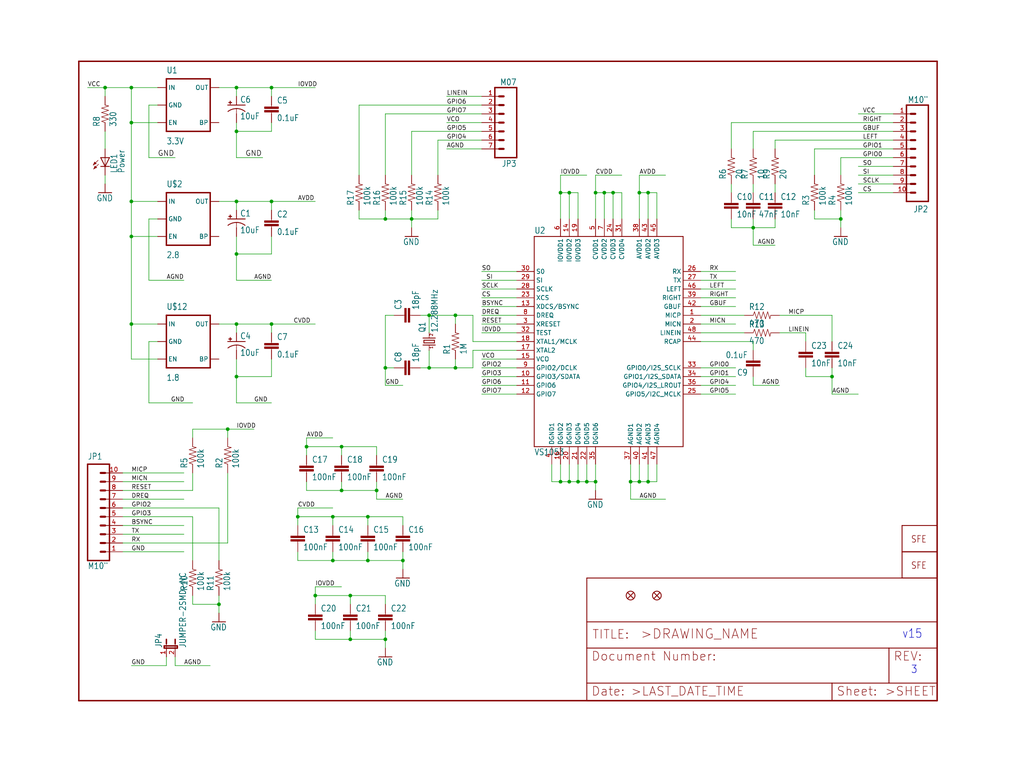
<source format=kicad_sch>
(kicad_sch (version 20211123) (generator eeschema)
  (paper "User" 297.002 223.926)
  (lib_symbols
    (symbol "eagleSchem-eagle-import:CAP0402-CAP"
      (property "Reference" "C" (at 1.524 2.921 0))
      (property "Value" "CAP0402-CAP" (at 1.524 -2.159 0))
      (symbol "CAP0402-CAP_1_0"
        (pin passive line (at 0 5.08 270) (length 2.54) (name "1") (number "1"))
        (pin passive line (at 0 -2.54 90) (length 2.54) (name "2") (number "2"))
      )
    )
    (symbol "eagleSchem-eagle-import:CAP_POL1206"
      (property "Reference" "C" (at 1.016 0.635 0))
      (property "Value" "CAP_POL1206" (at 1.016 -4.191 0))
      (symbol "CAP_POL1206_1_0"
        (pin passive line (at 0 2.54 270) (length 2.54) (name "+") (number "A"))
        (pin passive line (at 0 -5.08 90) (length 2.54) (name "-") (number "C"))
      )
    )
    (symbol "eagleSchem-eagle-import:CRYSTAL5X3"
      (property "Reference" "Y" (at 2.54 1.016 0))
      (property "Value" "CRYSTAL5X3" (at 2.54 -2.54 0))
      (symbol "CRYSTAL5X3_1_0"
        (text "1" (at -2.159 -1.143 0) (effects (font (size 0.8636 0.734)) (justify left bottom)))
        (text "2" (at 1.524 -1.143 0) (effects (font (size 0.8636 0.734)) (justify left bottom)))
        (pin passive line (at -2.54 0 0) (length 0) (name "1") (number "1"))
        (pin passive line (at 2.54 0 180) (length 0) (name "2") (number "3"))
      )
    )
    (symbol "eagleSchem-eagle-import:FIDUCIAL1X2")
    (symbol "eagleSchem-eagle-import:FRAME-LETTER"
      (symbol "FRAME-LETTER_2_0"
        (text ">DRAWING_NAME" (at 15.494 17.78 0) (effects (font (size 2.7432 2.7432)) (justify left bottom)))
        (text ">LAST_DATE_TIME" (at 12.7 1.27 0) (effects (font (size 2.54 2.54)) (justify left bottom)))
        (text ">SHEET" (at 86.36 1.27 0) (effects (font (size 2.54 2.54)) (justify left bottom)))
        (text "Date:" (at 1.27 1.27 0) (effects (font (size 2.54 2.54)) (justify left bottom)))
        (text "Document Number:" (at 1.27 11.43 0) (effects (font (size 2.54 2.54)) (justify left bottom)))
        (text "REV:" (at 88.9 11.43 0) (effects (font (size 2.54 2.54)) (justify left bottom)))
        (text "Sheet:" (at 72.39 1.27 0) (effects (font (size 2.54 2.54)) (justify left bottom)))
        (text "TITLE:" (at 1.524 17.78 0) (effects (font (size 2.54 2.54)) (justify left bottom)))
      )
    )
    (symbol "eagleSchem-eagle-import:GND" (power)
      (property "Value" "GND" (at -2.54 -2.54 0))
      (symbol "GND_1_0"
        (pin power_in line (at 0 2.54 270) (length 2.54) (name "GND") (number "1"))
      )
    )
    (symbol "eagleSchem-eagle-import:JUMPER-2SMD-NC"
      (property "Reference" "JP" (at -1.27 0 90))
      (property "Value" "JUMPER-2SMD-NC" (at 5.715 0 90))
      (symbol "JUMPER-2SMD-NC_1_0"
        (pin passive line (at 0 -2.54 90) (length 2.54) (name "1") (number "1"))
        (pin passive line (at 2.54 -2.54 90) (length 2.54) (name "2") (number "2"))
      )
    )
    (symbol "eagleSchem-eagle-import:LED0603"
      (property "Reference" "LED" (at 3.556 -4.572 90))
      (property "Value" "LED0603" (at 5.715 -4.572 90))
      (symbol "LED0603_1_0"
        (pin passive line (at 0 2.54 270) (length 2.54) (name "A") (number "A"))
        (pin passive line (at 0 -5.08 90) (length 2.54) (name "C") (number "C"))
      )
    )
    (symbol "eagleSchem-eagle-import:LOGO-SFENEW"
      (symbol "LOGO-SFENEW_1_0"
        (text "SFE" (at 0 0 0) (effects (font (size 1.9304 1.6408)) (justify left bottom)))
      )
    )
    (symbol "eagleSchem-eagle-import:LOGO-SFESK"
      (symbol "LOGO-SFESK_1_0"
        (text "SFE" (at 0 0 0) (effects (font (size 1.9304 1.6408)) (justify left bottom)))
      )
    )
    (symbol "eagleSchem-eagle-import:M07"
      (property "Reference" "JP" (at -5.08 13.462 0))
      (property "Value" "M07" (at -5.08 -10.16 0))
      (symbol "M07_1_0"
        (pin passive line (at 5.08 -5.08 180) (length 5.08) (name "1") (number "1"))
        (pin passive line (at 5.08 -2.54 180) (length 5.08) (name "2") (number "2"))
        (pin passive line (at 5.08 0 180) (length 5.08) (name "3") (number "3"))
        (pin passive line (at 5.08 2.54 180) (length 5.08) (name "4") (number "4"))
        (pin passive line (at 5.08 5.08 180) (length 5.08) (name "5") (number "5"))
        (pin passive line (at 5.08 7.62 180) (length 5.08) (name "6") (number "6"))
        (pin passive line (at 5.08 10.16 180) (length 5.08) (name "7") (number "7"))
      )
    )
    (symbol "eagleSchem-eagle-import:M10{dblquote}"
      (property "Reference" "JP" (at 0 8.89 0))
      (property "Value" "M10{dblquote}" (at 0 -22.86 0))
      (symbol "M10{dblquote}_1_0"
        (pin passive line (at 10.16 -17.78 180) (length 5.08) (name "1") (number "1"))
        (pin passive line (at 10.16 5.08 180) (length 5.08) (name "10") (number "10"))
        (pin passive line (at 10.16 -15.24 180) (length 5.08) (name "2") (number "2"))
        (pin passive line (at 10.16 -12.7 180) (length 5.08) (name "3") (number "3"))
        (pin passive line (at 10.16 -10.16 180) (length 5.08) (name "4") (number "4"))
        (pin passive line (at 10.16 -7.62 180) (length 5.08) (name "5") (number "5"))
        (pin passive line (at 10.16 -5.08 180) (length 5.08) (name "6") (number "6"))
        (pin passive line (at 10.16 -2.54 180) (length 5.08) (name "7") (number "7"))
        (pin passive line (at 10.16 0 180) (length 5.08) (name "8") (number "8"))
        (pin passive line (at 10.16 2.54 180) (length 5.08) (name "9") (number "9"))
      )
    )
    (symbol "eagleSchem-eagle-import:RESISTOR0402-RES"
      (property "Reference" "R" (at -3.81 1.4986 0))
      (property "Value" "RESISTOR0402-RES" (at -3.81 -3.302 0))
      (symbol "RESISTOR0402-RES_1_0"
        (pin passive line (at -5.08 0 0) (length 2.54) (name "1") (number "1"))
        (pin passive line (at 5.08 0 180) (length 2.54) (name "2") (number "2"))
      )
    )
    (symbol "eagleSchem-eagle-import:VS1033"
      (property "Reference" "U" (at 0 61.722 0))
      (property "Value" "VS1033" (at 0 -2.54 0))
      (symbol "VS1033_1_0"
        (pin bidirectional line (at 48.26 38.1 180) (length 5.08) (name "MICP") (number "1"))
        (pin bidirectional line (at -5.08 20.32 0) (length 5.08) (name "GPIO3/SDATA") (number "10"))
        (pin bidirectional line (at -5.08 17.78 0) (length 5.08) (name "GPIO6") (number "11"))
        (pin bidirectional line (at -5.08 15.24 0) (length 5.08) (name "GPIO7") (number "12"))
        (pin bidirectional line (at -5.08 40.64 0) (length 5.08) (name "XDCS/BSYNC") (number "13"))
        (pin bidirectional line (at 10.16 66.04 270) (length 5.08) (name "IOVDD2") (number "14"))
        (pin bidirectional line (at -5.08 25.4 0) (length 5.08) (name "VCO") (number "15"))
        (pin bidirectional line (at 7.62 -5.08 90) (length 5.08) (name "DGND2") (number "16"))
        (pin bidirectional line (at -5.08 27.94 0) (length 5.08) (name "XTAL2") (number "17"))
        (pin bidirectional line (at -5.08 30.48 0) (length 5.08) (name "XTAL1/MCLK") (number "18"))
        (pin bidirectional line (at 12.7 66.04 270) (length 5.08) (name "IOVDD3") (number "19"))
        (pin bidirectional line (at 48.26 35.56 180) (length 5.08) (name "MICN") (number "2"))
        (pin bidirectional line (at 10.16 -5.08 90) (length 5.08) (name "DGND3") (number "20"))
        (pin bidirectional line (at 12.7 -5.08 90) (length 5.08) (name "DGND4") (number "21"))
        (pin bidirectional line (at 15.24 -5.08 90) (length 5.08) (name "DGND5") (number "22"))
        (pin bidirectional line (at -5.08 43.18 0) (length 5.08) (name "XCS") (number "23"))
        (pin bidirectional line (at 22.86 66.04 270) (length 5.08) (name "CVDD3") (number "24"))
        (pin bidirectional line (at 48.26 15.24 180) (length 5.08) (name "GPIO5/I2C_MCLK") (number "25"))
        (pin bidirectional line (at 48.26 50.8 180) (length 5.08) (name "RX") (number "26"))
        (pin bidirectional line (at 48.26 48.26 180) (length 5.08) (name "TX") (number "27"))
        (pin bidirectional line (at -5.08 45.72 0) (length 5.08) (name "SCLK") (number "28"))
        (pin bidirectional line (at -5.08 48.26 0) (length 5.08) (name "SI") (number "29"))
        (pin bidirectional line (at -5.08 35.56 0) (length 5.08) (name "XRESET") (number "3"))
        (pin bidirectional line (at -5.08 50.8 0) (length 5.08) (name "S0") (number "30"))
        (pin bidirectional line (at 25.4 66.04 270) (length 5.08) (name "CVDD4") (number "31"))
        (pin bidirectional line (at -5.08 33.02 0) (length 5.08) (name "TEST") (number "32"))
        (pin bidirectional line (at 48.26 22.86 180) (length 5.08) (name "GPIO0/I2S_SCLK") (number "33"))
        (pin bidirectional line (at 48.26 20.32 180) (length 5.08) (name "GPIO1/I2S_SDATA") (number "34"))
        (pin bidirectional line (at 17.78 -5.08 90) (length 5.08) (name "DGND6") (number "35"))
        (pin bidirectional line (at 48.26 17.78 180) (length 5.08) (name "GPIO4/I2S_LROUT") (number "36"))
        (pin bidirectional line (at 27.94 -5.08 90) (length 5.08) (name "AGND1") (number "37"))
        (pin bidirectional line (at 30.48 66.04 270) (length 5.08) (name "AVDD1") (number "38"))
        (pin bidirectional line (at 48.26 43.18 180) (length 5.08) (name "RIGHT") (number "39"))
        (pin bidirectional line (at 5.08 -5.08 90) (length 5.08) (name "DGND1") (number "4"))
        (pin bidirectional line (at 30.48 -5.08 90) (length 5.08) (name "AGND2") (number "40"))
        (pin bidirectional line (at 33.02 -5.08 90) (length 5.08) (name "AGND3") (number "41"))
        (pin bidirectional line (at 48.26 40.64 180) (length 5.08) (name "GBUF") (number "42"))
        (pin bidirectional line (at 33.02 66.04 270) (length 5.08) (name "AVDD2") (number "43"))
        (pin bidirectional line (at 48.26 30.48 180) (length 5.08) (name "RCAP") (number "44"))
        (pin bidirectional line (at 35.56 66.04 270) (length 5.08) (name "AVDD3") (number "45"))
        (pin bidirectional line (at 48.26 45.72 180) (length 5.08) (name "LEFT") (number "46"))
        (pin bidirectional line (at 35.56 -5.08 90) (length 5.08) (name "AGND4") (number "47"))
        (pin bidirectional line (at 48.26 33.02 180) (length 5.08) (name "LINEIN") (number "48"))
        (pin bidirectional line (at 17.78 66.04 270) (length 5.08) (name "CVDD1") (number "5"))
        (pin bidirectional line (at 7.62 66.04 270) (length 5.08) (name "IOVDD1") (number "6"))
        (pin bidirectional line (at 20.32 66.04 270) (length 5.08) (name "CVDD2") (number "7"))
        (pin bidirectional line (at -5.08 38.1 0) (length 5.08) (name "DREQ") (number "8"))
        (pin bidirectional line (at -5.08 22.86 0) (length 5.08) (name "GPIO2/DCLK") (number "9"))
      )
    )
    (symbol "eagleSchem-eagle-import:V_REG_LDOSMD"
      (property "Reference" "U" (at -7.62 9.144 0))
      (property "Value" "V_REG_LDOSMD" (at -7.62 -11.43 0))
      (symbol "V_REG_LDOSMD_1_0"
        (pin input line (at -10.16 5.08 0) (length 2.54) (name "IN") (number "1"))
        (pin input line (at -10.16 0 0) (length 2.54) (name "GND") (number "2"))
        (pin input line (at -10.16 -5.08 0) (length 2.54) (name "EN") (number "3"))
        (pin input line (at 7.62 -5.08 180) (length 2.54) (name "BP") (number "4"))
        (pin passive line (at 7.62 5.08 180) (length 2.54) (name "OUT") (number "5"))
      )
    )
    (symbol "eagleSchem-eagle-import:V_REG_LDOSMD2"
      (property "Reference" "U" (at -7.62 9.144 0))
      (property "Value" "V_REG_LDOSMD2" (at -7.62 -11.43 0))
      (symbol "V_REG_LDOSMD2_1_0"
        (pin input line (at -10.16 5.08 0) (length 2.54) (name "IN") (number "1"))
        (pin input line (at -10.16 0 0) (length 2.54) (name "GND") (number "2"))
        (pin input line (at -10.16 -5.08 0) (length 2.54) (name "EN") (number "3"))
        (pin input line (at 7.62 -5.08 180) (length 2.54) (name "BP") (number "4"))
        (pin passive line (at 7.62 5.08 180) (length 2.54) (name "OUT") (number "5"))
      )
    )
  )
  (junction (at 78.74 58.42))
  (junction (at 101.6 172.72))
  (junction (at 88.9 129.54))
  (junction (at 101.6 185.42))
  (junction (at 172.72 139.7))
  (junction (at 68.58 38.1))
  (junction (at 162.56 55.88))
  (junction (at 165.1 55.88))
  (junction (at 177.8 55.88))
  (junction (at 167.64 139.7))
  (junction (at 187.96 55.88))
  (junction (at 111.76 106.68))
  (junction (at 124.46 106.68))
  (junction (at 116.84 162.56))
  (junction (at 106.68 162.56))
  (junction (at 96.52 149.86))
  (junction (at 30.48 25.4))
  (junction (at 185.42 55.88))
  (junction (at 68.58 58.42))
  (junction (at 68.58 73.66))
  (junction (at 68.58 109.22))
  (junction (at 243.84 63.5))
  (junction (at 124.46 91.44))
  (junction (at 170.18 139.7))
  (junction (at 132.08 91.44))
  (junction (at 132.08 106.68))
  (junction (at 172.72 55.88))
  (junction (at 106.68 149.86))
  (junction (at 119.38 63.5))
  (junction (at 66.04 124.46))
  (junction (at 38.1 93.98))
  (junction (at 78.74 93.98))
  (junction (at 182.88 139.7))
  (junction (at 91.44 172.72))
  (junction (at 218.44 66.04))
  (junction (at 109.22 142.24))
  (junction (at 99.06 129.54))
  (junction (at 111.76 185.42))
  (junction (at 185.42 139.7))
  (junction (at 38.1 58.42))
  (junction (at 165.1 139.7))
  (junction (at 175.26 55.88))
  (junction (at 38.1 25.4))
  (junction (at 68.58 25.4))
  (junction (at 96.52 162.56))
  (junction (at 38.1 35.56))
  (junction (at 86.36 149.86))
  (junction (at 187.96 139.7))
  (junction (at 111.76 63.5))
  (junction (at 68.58 93.98))
  (junction (at 162.56 139.7))
  (junction (at 63.5 175.26))
  (junction (at 38.1 68.58))
  (junction (at 241.3 109.22))
  (junction (at 99.06 142.24))
  (junction (at 78.74 25.4))
  (wire (pts (xy 203.2 114.3) (xy 213.36 114.3)))
  (wire (pts (xy 91.44 172.72) (xy 91.44 170.18)))
  (wire (pts (xy 43.18 116.84) (xy 55.88 116.84)))
  (wire (pts (xy 63.5 147.32) (xy 63.5 162.56)))
  (wire (pts (xy 182.88 139.7) (xy 185.42 139.7)))
  (wire (pts (xy 124.46 101.6) (xy 124.46 106.68)))
  (wire (pts (xy 88.9 139.7) (xy 88.9 142.24)))
  (wire (pts (xy 43.18 30.48) (xy 43.18 45.72)))
  (wire (pts (xy 68.58 35.56) (xy 68.58 38.1)))
  (wire (pts (xy 43.18 81.28) (xy 53.34 81.28)))
  (wire (pts (xy 167.64 134.62) (xy 167.64 139.7)))
  (wire (pts (xy 101.6 175.26) (xy 101.6 172.72)))
  (wire (pts (xy 78.74 60.96) (xy 78.74 58.42)))
  (wire (pts (xy 43.18 99.06) (xy 43.18 116.84)))
  (wire (pts (xy 101.6 182.88) (xy 101.6 185.42)))
  (wire (pts (xy 104.14 30.48) (xy 104.14 50.8)))
  (wire (pts (xy 218.44 111.76) (xy 226.06 111.76)))
  (wire (pts (xy 111.76 172.72) (xy 111.76 175.26)))
  (wire (pts (xy 137.16 99.06) (xy 149.86 99.06)))
  (wire (pts (xy 236.22 63.5) (xy 243.84 63.5)))
  (wire (pts (xy 91.44 185.42) (xy 101.6 185.42)))
  (wire (pts (xy 172.72 55.88) (xy 172.72 63.5)))
  (wire (pts (xy 68.58 109.22) (xy 78.74 109.22)))
  (wire (pts (xy 78.74 58.42) (xy 91.44 58.42)))
  (wire (pts (xy 149.86 81.28) (xy 139.7 81.28)))
  (wire (pts (xy 187.96 139.7) (xy 190.5 139.7)))
  (wire (pts (xy 218.44 71.12) (xy 224.79 71.12)))
  (wire (pts (xy 224.79 43.18) (xy 224.79 40.64)))
  (wire (pts (xy 111.76 187.96) (xy 111.76 185.42)))
  (wire (pts (xy 259.08 48.26) (xy 248.92 48.26)))
  (wire (pts (xy 162.56 50.8) (xy 170.18 50.8)))
  (wire (pts (xy 236.22 43.18) (xy 259.08 43.18)))
  (wire (pts (xy 99.06 142.24) (xy 109.22 142.24)))
  (wire (pts (xy 212.09 53.34) (xy 212.09 55.88)))
  (wire (pts (xy 132.08 91.44) (xy 137.16 91.44)))
  (wire (pts (xy 96.52 162.56) (xy 96.52 160.02)))
  (wire (pts (xy 78.74 109.22) (xy 78.74 104.14)))
  (wire (pts (xy 109.22 142.24) (xy 109.22 139.7)))
  (wire (pts (xy 182.88 134.62) (xy 182.88 139.7)))
  (wire (pts (xy 119.38 38.1) (xy 119.38 50.8)))
  (wire (pts (xy 243.84 63.5) (xy 243.84 66.04)))
  (wire (pts (xy 109.22 144.78) (xy 116.84 144.78)))
  (wire (pts (xy 111.76 106.68) (xy 114.3 106.68)))
  (wire (pts (xy 88.9 132.08) (xy 88.9 129.54)))
  (wire (pts (xy 203.2 88.9) (xy 213.36 88.9)))
  (wire (pts (xy 86.36 149.86) (xy 86.36 147.32)))
  (wire (pts (xy 38.1 58.42) (xy 45.72 58.42)))
  (wire (pts (xy 63.5 58.42) (xy 68.58 58.42)))
  (wire (pts (xy 185.42 139.7) (xy 187.96 139.7)))
  (wire (pts (xy 106.68 149.86) (xy 96.52 149.86)))
  (wire (pts (xy 63.5 175.26) (xy 63.5 177.8)))
  (wire (pts (xy 106.68 162.56) (xy 116.84 162.56)))
  (wire (pts (xy 127 40.64) (xy 139.7 40.64)))
  (wire (pts (xy 132.08 93.98) (xy 132.08 91.44)))
  (wire (pts (xy 106.68 162.56) (xy 106.68 160.02)))
  (wire (pts (xy 78.74 35.56) (xy 78.74 38.1)))
  (wire (pts (xy 241.3 114.3) (xy 248.92 114.3)))
  (wire (pts (xy 243.84 60.96) (xy 243.84 63.5)))
  (wire (pts (xy 88.9 129.54) (xy 99.06 129.54)))
  (wire (pts (xy 203.2 78.74) (xy 213.36 78.74)))
  (wire (pts (xy 86.36 149.86) (xy 86.36 152.4)))
  (wire (pts (xy 50.8 193.04) (xy 60.96 193.04)))
  (wire (pts (xy 55.88 124.46) (xy 66.04 124.46)))
  (wire (pts (xy 78.74 93.98) (xy 91.44 93.98)))
  (wire (pts (xy 149.86 86.36) (xy 139.7 86.36)))
  (wire (pts (xy 45.72 99.06) (xy 43.18 99.06)))
  (wire (pts (xy 233.68 109.22) (xy 233.68 106.68)))
  (wire (pts (xy 185.42 63.5) (xy 185.42 55.88)))
  (wire (pts (xy 203.2 99.06) (xy 218.44 99.06)))
  (wire (pts (xy 35.56 142.24) (xy 55.88 142.24)))
  (wire (pts (xy 68.58 73.66) (xy 68.58 81.28)))
  (wire (pts (xy 99.06 142.24) (xy 99.06 139.7)))
  (wire (pts (xy 38.1 35.56) (xy 38.1 58.42)))
  (wire (pts (xy 63.5 93.98) (xy 68.58 93.98)))
  (wire (pts (xy 259.08 38.1) (xy 218.44 38.1)))
  (wire (pts (xy 241.3 109.22) (xy 233.68 109.22)))
  (wire (pts (xy 187.96 134.62) (xy 187.96 139.7)))
  (wire (pts (xy 111.76 63.5) (xy 111.76 60.96)))
  (wire (pts (xy 116.84 162.56) (xy 116.84 160.02)))
  (wire (pts (xy 101.6 185.42) (xy 111.76 185.42)))
  (wire (pts (xy 38.1 58.42) (xy 38.1 68.58)))
  (wire (pts (xy 259.08 53.34) (xy 248.92 53.34)))
  (wire (pts (xy 170.18 139.7) (xy 172.72 139.7)))
  (wire (pts (xy 149.86 101.6) (xy 137.16 101.6)))
  (wire (pts (xy 91.44 182.88) (xy 91.44 185.42)))
  (wire (pts (xy 190.5 139.7) (xy 190.5 134.62)))
  (wire (pts (xy 165.1 134.62) (xy 165.1 139.7)))
  (wire (pts (xy 68.58 68.58) (xy 68.58 73.66)))
  (wire (pts (xy 172.72 55.88) (xy 172.72 50.8)))
  (wire (pts (xy 185.42 134.62) (xy 185.42 139.7)))
  (wire (pts (xy 137.16 101.6) (xy 137.16 106.68)))
  (wire (pts (xy 203.2 106.68) (xy 213.36 106.68)))
  (wire (pts (xy 111.76 33.02) (xy 111.76 50.8)))
  (wire (pts (xy 55.88 175.26) (xy 63.5 175.26)))
  (wire (pts (xy 116.84 149.86) (xy 106.68 149.86)))
  (wire (pts (xy 132.08 104.14) (xy 132.08 106.68)))
  (wire (pts (xy 63.5 25.4) (xy 68.58 25.4)))
  (wire (pts (xy 124.46 91.44) (xy 132.08 91.44)))
  (wire (pts (xy 68.58 25.4) (xy 78.74 25.4)))
  (wire (pts (xy 99.06 132.08) (xy 99.06 129.54)))
  (wire (pts (xy 218.44 38.1) (xy 218.44 43.18)))
  (wire (pts (xy 78.74 38.1) (xy 68.58 38.1)))
  (wire (pts (xy 185.42 50.8) (xy 193.04 50.8)))
  (wire (pts (xy 68.58 81.28) (xy 78.74 81.28)))
  (wire (pts (xy 86.36 160.02) (xy 86.36 162.56)))
  (wire (pts (xy 162.56 134.62) (xy 162.56 139.7)))
  (wire (pts (xy 165.1 55.88) (xy 162.56 55.88)))
  (wire (pts (xy 190.5 55.88) (xy 190.5 63.5)))
  (wire (pts (xy 116.84 165.1) (xy 116.84 162.56)))
  (wire (pts (xy 78.74 25.4) (xy 91.44 25.4)))
  (wire (pts (xy 224.79 40.64) (xy 259.08 40.64)))
  (wire (pts (xy 259.08 33.02) (xy 248.92 33.02)))
  (wire (pts (xy 78.74 73.66) (xy 68.58 73.66)))
  (wire (pts (xy 233.68 96.52) (xy 233.68 99.06)))
  (wire (pts (xy 139.7 35.56) (xy 129.54 35.56)))
  (wire (pts (xy 212.09 66.04) (xy 212.09 63.5)))
  (wire (pts (xy 187.96 63.5) (xy 187.96 55.88)))
  (wire (pts (xy 96.52 162.56) (xy 106.68 162.56)))
  (wire (pts (xy 96.52 152.4) (xy 96.52 149.86)))
  (wire (pts (xy 111.76 91.44) (xy 111.76 106.68)))
  (wire (pts (xy 86.36 147.32) (xy 96.52 147.32)))
  (wire (pts (xy 212.09 43.18) (xy 212.09 35.56)))
  (wire (pts (xy 86.36 162.56) (xy 96.52 162.56)))
  (wire (pts (xy 203.2 86.36) (xy 213.36 86.36)))
  (wire (pts (xy 119.38 63.5) (xy 119.38 66.04)))
  (wire (pts (xy 38.1 68.58) (xy 45.72 68.58)))
  (wire (pts (xy 203.2 81.28) (xy 213.36 81.28)))
  (wire (pts (xy 167.64 139.7) (xy 170.18 139.7)))
  (wire (pts (xy 119.38 38.1) (xy 139.7 38.1)))
  (wire (pts (xy 124.46 106.68) (xy 121.92 106.68)))
  (wire (pts (xy 224.79 66.04) (xy 218.44 66.04)))
  (wire (pts (xy 109.22 144.78) (xy 109.22 142.24)))
  (wire (pts (xy 111.76 33.02) (xy 139.7 33.02)))
  (wire (pts (xy 259.08 50.8) (xy 248.92 50.8)))
  (wire (pts (xy 187.96 55.88) (xy 190.5 55.88)))
  (wire (pts (xy 88.9 129.54) (xy 88.9 127)))
  (wire (pts (xy 167.64 63.5) (xy 167.64 55.88)))
  (wire (pts (xy 30.48 43.18) (xy 30.48 38.1)))
  (wire (pts (xy 38.1 25.4) (xy 45.72 25.4)))
  (wire (pts (xy 119.38 63.5) (xy 127 63.5)))
  (wire (pts (xy 218.44 109.22) (xy 218.44 111.76)))
  (wire (pts (xy 127 63.5) (xy 127 60.96)))
  (wire (pts (xy 38.1 25.4) (xy 30.48 25.4)))
  (wire (pts (xy 212.09 35.56) (xy 259.08 35.56)))
  (wire (pts (xy 30.48 53.34) (xy 30.48 50.8)))
  (wire (pts (xy 149.86 114.3) (xy 139.7 114.3)))
  (wire (pts (xy 203.2 109.22) (xy 213.36 109.22)))
  (wire (pts (xy 149.86 78.74) (xy 139.7 78.74)))
  (wire (pts (xy 88.9 142.24) (xy 99.06 142.24)))
  (wire (pts (xy 106.68 152.4) (xy 106.68 149.86)))
  (wire (pts (xy 175.26 63.5) (xy 175.26 55.88)))
  (wire (pts (xy 241.3 114.3) (xy 241.3 109.22)))
  (wire (pts (xy 162.56 139.7) (xy 165.1 139.7)))
  (wire (pts (xy 224.79 63.5) (xy 224.79 66.04)))
  (wire (pts (xy 68.58 109.22) (xy 68.58 116.84)))
  (wire (pts (xy 165.1 63.5) (xy 165.1 55.88)))
  (wire (pts (xy 30.48 25.4) (xy 25.4 25.4)))
  (wire (pts (xy 116.84 152.4) (xy 116.84 149.86)))
  (wire (pts (xy 35.56 137.16) (xy 53.34 137.16)))
  (wire (pts (xy 68.58 45.72) (xy 76.2 45.72)))
  (wire (pts (xy 55.88 127) (xy 55.88 124.46)))
  (wire (pts (xy 129.54 43.18) (xy 139.7 43.18)))
  (wire (pts (xy 149.86 91.44) (xy 139.7 91.44)))
  (wire (pts (xy 149.86 96.52) (xy 139.7 96.52)))
  (wire (pts (xy 175.26 55.88) (xy 172.72 55.88)))
  (wire (pts (xy 172.72 134.62) (xy 172.72 139.7)))
  (wire (pts (xy 114.3 91.44) (xy 111.76 91.44)))
  (wire (pts (xy 241.3 109.22) (xy 241.3 106.68)))
  (wire (pts (xy 88.9 127) (xy 96.52 127)))
  (wire (pts (xy 218.44 66.04) (xy 212.09 66.04)))
  (wire (pts (xy 121.92 91.44) (xy 124.46 91.44)))
  (wire (pts (xy 218.44 66.04) (xy 218.44 71.12)))
  (wire (pts (xy 170.18 134.62) (xy 170.18 139.7)))
  (wire (pts (xy 66.04 127) (xy 66.04 124.46)))
  (wire (pts (xy 182.88 139.7) (xy 182.88 144.78)))
  (wire (pts (xy 149.86 88.9) (xy 139.7 88.9)))
  (wire (pts (xy 68.58 93.98) (xy 78.74 93.98)))
  (wire (pts (xy 68.58 116.84) (xy 78.74 116.84)))
  (wire (pts (xy 180.34 55.88) (xy 177.8 55.88)))
  (wire (pts (xy 38.1 35.56) (xy 38.1 25.4)))
  (wire (pts (xy 104.14 30.48) (xy 139.7 30.48)))
  (wire (pts (xy 48.26 193.04) (xy 38.1 193.04)))
  (wire (pts (xy 203.2 111.76) (xy 213.36 111.76)))
  (wire (pts (xy 45.72 93.98) (xy 38.1 93.98)))
  (wire (pts (xy 68.58 104.14) (xy 68.58 109.22)))
  (wire (pts (xy 55.88 142.24) (xy 55.88 137.16)))
  (wire (pts (xy 215.9 91.44) (xy 203.2 91.44)))
  (wire (pts (xy 218.44 99.06) (xy 218.44 101.6)))
  (wire (pts (xy 177.8 55.88) (xy 175.26 55.88)))
  (wire (pts (xy 111.76 111.76) (xy 116.84 111.76)))
  (wire (pts (xy 78.74 96.52) (xy 78.74 93.98)))
  (wire (pts (xy 139.7 27.94) (xy 129.54 27.94)))
  (wire (pts (xy 35.56 152.4) (xy 53.34 152.4)))
  (wire (pts (xy 78.74 27.94) (xy 78.74 25.4)))
  (wire (pts (xy 243.84 45.72) (xy 243.84 50.8)))
  (wire (pts (xy 66.04 157.48) (xy 66.04 137.16)))
  (wire (pts (xy 35.56 154.94) (xy 53.34 154.94)))
  (wire (pts (xy 66.04 124.46) (xy 73.66 124.46)))
  (wire (pts (xy 124.46 96.52) (xy 124.46 91.44)))
  (wire (pts (xy 182.88 144.78) (xy 193.04 144.78)))
  (wire (pts (xy 35.56 149.86) (xy 55.88 149.86)))
  (wire (pts (xy 63.5 172.72) (xy 63.5 175.26)))
  (wire (pts (xy 111.76 185.42) (xy 111.76 182.88)))
  (wire (pts (xy 224.79 53.34) (xy 224.79 55.88)))
  (wire (pts (xy 218.44 53.34) (xy 218.44 55.88)))
  (wire (pts (xy 241.3 91.44) (xy 226.06 91.44)))
  (wire (pts (xy 149.86 104.14) (xy 139.7 104.14)))
  (wire (pts (xy 111.76 106.68) (xy 111.76 111.76)))
  (wire (pts (xy 180.34 63.5) (xy 180.34 55.88)))
  (wire (pts (xy 45.72 63.5) (xy 43.18 63.5)))
  (wire (pts (xy 215.9 96.52) (xy 203.2 96.52)))
  (wire (pts (xy 48.26 190.5) (xy 48.26 193.04)))
  (wire (pts (xy 91.44 172.72) (xy 101.6 172.72)))
  (wire (pts (xy 43.18 63.5) (xy 43.18 81.28)))
  (wire (pts (xy 137.16 106.68) (xy 132.08 106.68)))
  (wire (pts (xy 91.44 170.18) (xy 99.06 170.18)))
  (wire (pts (xy 160.02 139.7) (xy 162.56 139.7)))
  (wire (pts (xy 45.72 30.48) (xy 43.18 30.48)))
  (wire (pts (xy 68.58 96.52) (xy 68.58 93.98)))
  (wire (pts (xy 177.8 63.5) (xy 177.8 55.88)))
  (wire (pts (xy 241.3 91.44) (xy 241.3 99.06)))
  (wire (pts (xy 127 40.64) (xy 127 50.8)))
  (wire (pts (xy 149.86 106.68) (xy 139.7 106.68)))
  (wire (pts (xy 149.86 83.82) (xy 139.7 83.82)))
  (wire (pts (xy 35.56 139.7) (xy 53.34 139.7)))
  (wire (pts (xy 68.58 38.1) (xy 68.58 45.72)))
  (wire (pts (xy 218.44 63.5) (xy 218.44 66.04)))
  (wire (pts (xy 78.74 68.58) (xy 78.74 73.66)))
  (wire (pts (xy 165.1 139.7) (xy 167.64 139.7)))
  (wire (pts (xy 68.58 27.94) (xy 68.58 25.4)))
  (wire (pts (xy 68.58 58.42) (xy 78.74 58.42)))
  (wire (pts (xy 109.22 129.54) (xy 109.22 132.08)))
  (wire (pts (xy 203.2 93.98) (xy 213.36 93.98)))
  (wire (pts (xy 162.56 55.88) (xy 162.56 63.5)))
  (wire (pts (xy 55.88 149.86) (xy 55.88 162.56)))
  (wire (pts (xy 167.64 55.88) (xy 165.1 55.88)))
  (wire (pts (xy 35.56 144.78) (xy 53.34 144.78)))
  (wire (pts (xy 35.56 147.32) (xy 63.5 147.32)))
  (wire (pts (xy 149.86 111.76) (xy 139.7 111.76)))
  (wire (pts (xy 38.1 93.98) (xy 38.1 68.58)))
  (wire (pts (xy 236.22 43.18) (xy 236.22 50.8)))
  (wire (pts (xy 149.86 109.22) (xy 139.7 109.22)))
  (wire (pts (xy 99.06 129.54) (xy 109.22 129.54)))
  (wire (pts (xy 38.1 104.14) (xy 38.1 93.98)))
  (wire (pts (xy 149.86 93.98) (xy 139.7 93.98)))
  (wire (pts (xy 203.2 83.82) (xy 213.36 83.82)))
  (wire (pts (xy 236.22 60.96) (xy 236.22 63.5)))
  (wire (pts (xy 119.38 63.5) (xy 119.38 60.96)))
  (wire (pts (xy 132.08 106.68) (xy 124.46 106.68)))
  (wire (pts (xy 43.18 45.72) (xy 50.8 45.72)))
  (wire (pts (xy 101.6 172.72) (xy 111.76 172.72)))
  (wire (pts (xy 96.52 149.86) (xy 86.36 149.86)))
  (wire (pts (xy 30.48 25.4) (xy 30.48 27.94)))
  (wire (pts (xy 55.88 172.72) (xy 55.88 175.26)))
  (wire (pts (xy 104.14 60.96) (xy 104.14 63.5)))
  (wire (pts (xy 185.42 55.88) (xy 185.42 50.8)))
  (wire (pts (xy 45.72 35.56) (xy 38.1 35.56)))
  (wire (pts (xy 259.08 55.88) (xy 248.92 55.88)))
  (wire (pts (xy 226.06 96.52) (xy 233.68 96.52)))
  (wire (pts (xy 111.76 63.5) (xy 119.38 63.5)))
  (wire (pts (xy 137.16 91.44) (xy 137.16 99.06)))
  (wire (pts (xy 68.58 60.96) (xy 68.58 58.42)))
  (wire (pts (xy 45.72 104.14) (xy 38.1 104.14)))
  (wire (pts (xy 243.84 45.72) (xy 259.08 45.72)))
  (wire (pts (xy 91.44 175.26) (xy 91.44 172.72)))
  (wire (pts (xy 162.56 55.88) (xy 162.56 50.8)))
  (wire (pts (xy 35.56 157.48) (xy 66.04 157.48)))
  (wire (pts (xy 185.42 55.88) (xy 187.96 55.88)))
  (wire (pts (xy 172.72 50.8) (xy 180.34 50.8)))
  (wire (pts (xy 50.8 190.5) (xy 50.8 193.04)))
  (wire (pts (xy 104.14 63.5) (xy 111.76 63.5)))
  (wire (pts (xy 35.56 160.02) (xy 53.34 160.02)))
  (wire (pts (xy 172.72 142.24) (xy 172.72 139.7)))
  (wire (pts (xy 160.02 134.62) (xy 160.02 139.7)))
  (text "3" (at 264.16 195.58 180) (effects (font (size 2.1844 1.8567)) (justify left bottom)))
  (text "v15" (at 261.62 185.42 180) (effects (font (size 2.54 2.159)) (justify left bottom)))
  (label "VCO" (at 129.54 35.56 0) (effects (font (size 1.2446 1.2446))))
  (label "MICP" (at 228.6 91.44 0) (effects (font (size 1.2446 1.2446))))
  (label "GPIO0" (at 250.19 45.72 0) (effects (font (size 1.2446 1.2446))))
  (label "AVDD" (at 88.9 127 0) (effects (font (size 1.2446 1.2446))))
  (label "GPIO3" (at 38.1 149.86 0) (effects (font (size 1.2446 1.2446))))
  (label "SCLK" (at 250.19 53.34 0) (effects (font (size 1.2446 1.2446))))
  (label "GPIO1" (at 205.74 109.22 0) (effects (font (size 1.2446 1.2446))))
  (label "IOVDD" (at 86.36 25.4 0) (effects (font (size 1.2446 1.2446))))
  (label "VCC" (at 250.19 33.02 0) (effects (font (size 1.2446 1.2446))))
  (label "BSYNC" (at 139.7 88.9 0) (effects (font (size 1.2446 1.2446))))
  (label "GBUF" (at 250.19 38.1 0) (effects (font (size 1.2446 1.2446))))
  (label "MICP" (at 38.1 137.16 0) (effects (font (size 1.2446 1.2446))))
  (label "RESET" (at 139.7 93.98 0) (effects (font (size 1.2446 1.2446))))
  (label "CVDD" (at 86.36 147.32 0) (effects (font (size 1.2446 1.2446))))
  (label "DREQ" (at 139.7 91.44 0) (effects (font (size 1.2446 1.2446))))
  (label "LINEIN" (at 129.54 27.94 0) (effects (font (size 1.2446 1.2446))))
  (label "BSYNC" (at 38.1 152.4 0) (effects (font (size 1.2446 1.2446))))
  (label "AGND" (at 219.71 71.12 0) (effects (font (size 1.2446 1.2446))))
  (label "GPIO2" (at 38.1 147.32 0) (effects (font (size 1.2446 1.2446))))
  (label "TX" (at 205.74 81.28 0) (effects (font (size 1.2446 1.2446))))
  (label "IOVDD" (at 91.44 170.18 0) (effects (font (size 1.2446 1.2446))))
  (label "CS" (at 139.7 86.36 0) (effects (font (size 1.2446 1.2446))))
  (label "LEFT" (at 250.19 40.64 0) (effects (font (size 1.2446 1.2446))))
  (label "IOVDD" (at 162.56 50.8 0) (effects (font (size 1.2446 1.2446))))
  (label "MICN" (at 38.1 139.7 0) (effects (font (size 1.2446 1.2446))))
  (label "GBUF" (at 205.74 88.9 0) (effects (font (size 1.2446 1.2446))))
  (label "AGND" (at 53.34 193.04 0) (effects (font (size 1.2446 1.2446))))
  (label "AGND" (at 48.26 81.28 0) (effects (font (size 1.2446 1.2446))))
  (label "GPIO7" (at 129.54 33.02 0) (effects (font (size 1.2446 1.2446))))
  (label "AGND" (at 220.98 111.76 0) (effects (font (size 1.2446 1.2446))))
  (label "AGND" (at 185.42 144.78 0) (effects (font (size 1.2446 1.2446))))
  (label "RIGHT" (at 205.74 86.36 0) (effects (font (size 1.2446 1.2446))))
  (label "AGND" (at 241.3 114.3 0) (effects (font (size 1.2446 1.2446))))
  (label "SI" (at 250.19 50.8 0) (effects (font (size 1.2446 1.2446))))
  (label "SI" (at 140.97 81.28 0) (effects (font (size 1.2446 1.2446))))
  (label "GPIO6" (at 129.54 30.48 0) (effects (font (size 1.2446 1.2446))))
  (label "MICN" (at 205.74 93.98 0) (effects (font (size 1.2446 1.2446))))
  (label "GPIO4" (at 129.54 40.64 0) (effects (font (size 1.2446 1.2446))))
  (label "RX" (at 205.74 78.74 0) (effects (font (size 1.2446 1.2446))))
  (label "AGND" (at 111.76 144.78 0) (effects (font (size 1.2446 1.2446))))
  (label "LEFT" (at 205.74 83.82 0) (effects (font (size 1.2446 1.2446))))
  (label "LINEIN" (at 228.6 96.52 0) (effects (font (size 1.2446 1.2446))))
  (label "SO" (at 139.7 78.74 0) (effects (font (size 1.2446 1.2446))))
  (label "GPIO5" (at 205.74 114.3 0) (effects (font (size 1.2446 1.2446))))
  (label "GPIO7" (at 139.7 114.3 0) (effects (font (size 1.2446 1.2446))))
  (label "AGND" (at 129.54 43.18 0) (effects (font (size 1.2446 1.2446))))
  (label "GPIO1" (at 250.19 43.18 0) (effects (font (size 1.2446 1.2446))))
  (label "GPIO4" (at 205.74 111.76 0) (effects (font (size 1.2446 1.2446))))
  (label "GND" (at 49.53 116.84 0) (effects (font (size 1.2446 1.2446))))
  (label "SO" (at 250.19 48.26 0) (effects (font (size 1.2446 1.2446))))
  (label "TX" (at 38.1 154.94 0) (effects (font (size 1.2446 1.2446))))
  (label "DREQ" (at 38.1 144.78 0) (effects (font (size 1.2446 1.2446))))
  (label "GND" (at 71.12 45.72 0) (effects (font (size 1.5291 1.5291))))
  (label "VCC" (at 25.4 25.4 0) (effects (font (size 1.2446 1.2446))))
  (label "AVDD" (at 86.36 58.42 0) (effects (font (size 1.2446 1.2446))))
  (label "RX" (at 38.1 157.48 0) (effects (font (size 1.2446 1.2446))))
  (label "IOVDD" (at 139.7 96.52 0) (effects (font (size 1.2446 1.2446))))
  (label "GPIO2" (at 139.7 106.68 0) (effects (font (size 1.2446 1.2446))))
  (label "GND" (at 38.1 193.04 0) (effects (font (size 1.2446 1.2446))))
  (label "GND" (at 38.1 160.02 0) (effects (font (size 1.2446 1.2446))))
  (label "GND" (at 111.76 111.76 0) (effects (font (size 1.2446 1.2446))))
  (label "GPIO5" (at 129.54 38.1 0) (effects (font (size 1.2446 1.2446))))
  (label "VCO" (at 139.7 104.14 0) (effects (font (size 1.2446 1.2446))))
  (label "GPIO3" (at 139.7 109.22 0) (effects (font (size 1.2446 1.2446))))
  (label "CS" (at 250.19 55.88 0) (effects (font (size 1.2446 1.2446))))
  (label "RIGHT" (at 250.19 35.56 0) (effects (font (size 1.2446 1.2446))))
  (label "SCLK" (at 139.7 83.82 0) (effects (font (size 1.2446 1.2446))))
  (label "RESET" (at 38.1 142.24 0) (effects (font (size 1.2446 1.2446))))
  (label "CVDD" (at 172.72 50.8 0) (effects (font (size 1.2446 1.2446))))
  (label "GPIO6" (at 139.7 111.76 0) (effects (font (size 1.2446 1.2446))))
  (label "GPIO0" (at 205.74 106.68 0) (effects (font (size 1.2446 1.2446))))
  (label "GND" (at 73.66 116.84 0) (effects (font (size 1.2446 1.2446))))
  (label "GND" (at 45.72 45.72 0) (effects (font (size 1.5291 1.5291))))
  (label "CVDD" (at 85.09 93.98 0) (effects (font (size 1.2446 1.2446))))
  (label "AGND" (at 73.66 81.28 0) (effects (font (size 1.2446 1.2446))))
  (label "IOVDD" (at 68.58 124.46 0) (effects (font (size 1.2446 1.2446))))
  (label "AVDD" (at 185.42 50.8 0) (effects (font (size 1.2446 1.2446))))
  (symbol (lib_id "eagleSchem-eagle-import:CAP0402-CAP") (at 96.52 157.48 0) (unit 1)
    (property "Reference" "C14" (at 98.044 154.559 0) (effects (font (size 1.778 1.5113)) (justify left bottom)))
    (property "Value" "100nF" (at 98.044 159.639 0) (effects (font (size 1.778 1.5113)) (justify left bottom)))
    (property "Footprint" "eagleSchem:0402-CAP" (effects hide))
  )
  (symbol (lib_id "eagleSchem-eagle-import:CAP0402-CAP") (at 119.38 91.44 90) (unit 1)
    (property "Reference" "C3" (at 116.459 89.916 0) (effects (font (size 1.778 1.5113)) (justify left bottom)))
    (property "Value" "18pF" (at 121.539 89.916 0) (effects (font (size 1.778 1.5113)) (justify left bottom)))
    (property "Footprint" "eagleSchem:0402-CAP" (effects hide))
  )
  (symbol (lib_id "eagleSchem-eagle-import:M07") (at 144.78 33.02 180) (unit 1)
    (property "Reference" "JP3" (at 149.86 46.482 0) (effects (font (size 1.778 1.5113)) (justify left bottom)))
    (property "Value" "M07" (at 149.86 22.86 0) (effects (font (size 1.778 1.5113)) (justify left bottom)))
    (property "Footprint" "eagleSchem:1X07" (effects hide))
  )
  (symbol (lib_id "eagleSchem-eagle-import:JUMPER-2SMD-NC") (at 48.26 187.96 0) (unit 1)
    (property "Reference" "JP4" (at 46.99 187.96 90) (effects (font (size 1.778 1.5113)) (justify left bottom)))
    (property "Value" "JUMPER-2SMD-NC" (at 53.975 187.96 90) (effects (font (size 1.778 1.5113)) (justify left bottom)))
    (property "Footprint" "eagleSchem:SJ_2S" (effects hide))
  )
  (symbol (lib_id "eagleSchem-eagle-import:CAP0402-CAP") (at 99.06 137.16 0) (unit 1)
    (property "Reference" "C18" (at 100.584 134.239 0) (effects (font (size 1.778 1.5113)) (justify left bottom)))
    (property "Value" "100nF" (at 100.584 139.319 0) (effects (font (size 1.778 1.5113)) (justify left bottom)))
    (property "Footprint" "eagleSchem:0402-CAP" (effects hide))
  )
  (symbol (lib_id "eagleSchem-eagle-import:GND") (at 116.84 167.64 0) (unit 1)
    (property "Reference" "#GND3" (effects hide))
    (property "Value" "GND" (at 114.3 170.18 0) (effects (font (size 1.778 1.5113)) (justify left bottom)))
    (property "Footprint" "eagleSchem:" (effects hide))
  )
  (symbol (lib_id "eagleSchem-eagle-import:RESISTOR0402-RES") (at 104.14 55.88 90) (unit 1)
    (property "Reference" "R17" (at 102.6414 59.69 0) (effects (font (size 1.778 1.5113)) (justify left bottom)))
    (property "Value" "100k" (at 107.442 59.69 0) (effects (font (size 1.778 1.5113)) (justify left bottom)))
    (property "Footprint" "eagleSchem:0402-RES" (effects hide))
  )
  (symbol (lib_id "eagleSchem-eagle-import:RESISTOR0402-RES") (at 243.84 55.88 90) (unit 1)
    (property "Reference" "R4" (at 242.3414 59.69 0) (effects (font (size 1.778 1.5113)) (justify left bottom)))
    (property "Value" "100k" (at 247.142 59.69 0) (effects (font (size 1.778 1.5113)) (justify left bottom)))
    (property "Footprint" "eagleSchem:0402-RES" (effects hide))
  )
  (symbol (lib_id "eagleSchem-eagle-import:GND") (at 119.38 68.58 0) (unit 1)
    (property "Reference" "#GND6" (effects hide))
    (property "Value" "GND" (at 116.84 71.12 0) (effects (font (size 1.778 1.5113)) (justify left bottom)))
    (property "Footprint" "eagleSchem:" (effects hide))
  )
  (symbol (lib_id "eagleSchem-eagle-import:FIDUCIAL1X2") (at 190.5 172.72 0) (unit 1)
    (property "Reference" "U$5" (effects hide))
    (property "Value" "FIDUCIAL1X2" (effects hide))
    (property "Footprint" "eagleSchem:FIDUCIAL-1X2" (effects hide))
  )
  (symbol (lib_id "eagleSchem-eagle-import:CAP0402-CAP") (at 101.6 180.34 0) (unit 1)
    (property "Reference" "C21" (at 103.124 177.419 0) (effects (font (size 1.778 1.5113)) (justify left bottom)))
    (property "Value" "100nF" (at 103.124 182.499 0) (effects (font (size 1.778 1.5113)) (justify left bottom)))
    (property "Footprint" "eagleSchem:0402-CAP" (effects hide))
  )
  (symbol (lib_id "eagleSchem-eagle-import:GND") (at 111.76 190.5 0) (unit 1)
    (property "Reference" "#GND2" (effects hide))
    (property "Value" "GND" (at 109.22 193.04 0) (effects (font (size 1.778 1.5113)) (justify left bottom)))
    (property "Footprint" "eagleSchem:" (effects hide))
  )
  (symbol (lib_id "eagleSchem-eagle-import:CAP0402-CAP") (at 116.84 157.48 0) (unit 1)
    (property "Reference" "C16" (at 118.364 154.559 0) (effects (font (size 1.778 1.5113)) (justify left bottom)))
    (property "Value" "100nF" (at 118.364 159.639 0) (effects (font (size 1.778 1.5113)) (justify left bottom)))
    (property "Footprint" "eagleSchem:0402-CAP" (effects hide))
  )
  (symbol (lib_id "eagleSchem-eagle-import:VS1033") (at 154.94 129.54 0) (unit 1)
    (property "Reference" "U2" (at 154.94 67.818 0) (effects (font (size 1.778 1.5113)) (justify left bottom)))
    (property "Value" "VS1053" (at 154.94 132.08 0) (effects (font (size 1.778 1.5113)) (justify left bottom)))
    (property "Footprint" "eagleSchem:LQFP-48" (effects hide))
  )
  (symbol (lib_id "eagleSchem-eagle-import:RESISTOR0402-RES") (at 212.09 48.26 90) (unit 1)
    (property "Reference" "R6" (at 210.5914 52.07 0) (effects (font (size 1.778 1.5113)) (justify left bottom)))
    (property "Value" "20" (at 215.392 52.07 0) (effects (font (size 1.778 1.5113)) (justify left bottom)))
    (property "Footprint" "eagleSchem:0402-RES" (effects hide))
  )
  (symbol (lib_id "eagleSchem-eagle-import:CAP0402-CAP") (at 88.9 137.16 0) (unit 1)
    (property "Reference" "C17" (at 90.424 134.239 0) (effects (font (size 1.778 1.5113)) (justify left bottom)))
    (property "Value" "100nF" (at 90.424 139.319 0) (effects (font (size 1.778 1.5113)) (justify left bottom)))
    (property "Footprint" "eagleSchem:0402-CAP" (effects hide))
  )
  (symbol (lib_id "eagleSchem-eagle-import:FIDUCIAL1X2") (at 182.88 172.72 0) (unit 1)
    (property "Reference" "U$4" (effects hide))
    (property "Value" "FIDUCIAL1X2" (effects hide))
    (property "Footprint" "eagleSchem:FIDUCIAL-1X2" (effects hide))
  )
  (symbol (lib_id "eagleSchem-eagle-import:CAP0402-CAP") (at 212.09 60.96 0) (unit 1)
    (property "Reference" "C10" (at 213.614 58.039 0) (effects (font (size 1.778 1.5113)) (justify left bottom)))
    (property "Value" "10nF" (at 213.614 63.119 0) (effects (font (size 1.778 1.5113)) (justify left bottom)))
    (property "Footprint" "eagleSchem:0402-CAP" (effects hide))
  )
  (symbol (lib_id "eagleSchem-eagle-import:CAP0402-CAP") (at 91.44 180.34 0) (unit 1)
    (property "Reference" "C20" (at 92.964 177.419 0) (effects (font (size 1.778 1.5113)) (justify left bottom)))
    (property "Value" "100nF" (at 92.964 182.499 0) (effects (font (size 1.778 1.5113)) (justify left bottom)))
    (property "Footprint" "eagleSchem:0402-CAP" (effects hide))
  )
  (symbol (lib_id "eagleSchem-eagle-import:CAP_POL1206") (at 68.58 63.5 0) (unit 1)
    (property "Reference" "C1" (at 69.596 62.865 0) (effects (font (size 1.778 1.5113)) (justify left bottom)))
    (property "Value" "10uF" (at 69.596 67.691 0) (effects (font (size 1.778 1.5113)) (justify left bottom)))
    (property "Footprint" "eagleSchem:EIA3216" (effects hide))
  )
  (symbol (lib_id "eagleSchem-eagle-import:RESISTOR0402-RES") (at 220.98 96.52 0) (unit 1)
    (property "Reference" "R13" (at 217.17 95.0214 0) (effects (font (size 1.778 1.5113)) (justify left bottom)))
    (property "Value" "470" (at 217.17 99.822 0) (effects (font (size 1.778 1.5113)) (justify left bottom)))
    (property "Footprint" "eagleSchem:0402-RES" (effects hide))
  )
  (symbol (lib_id "eagleSchem-eagle-import:RESISTOR0402-RES") (at 127 55.88 90) (unit 1)
    (property "Reference" "R14" (at 125.5014 59.69 0) (effects (font (size 1.778 1.5113)) (justify left bottom)))
    (property "Value" "100k" (at 130.302 59.69 0) (effects (font (size 1.778 1.5113)) (justify left bottom)))
    (property "Footprint" "eagleSchem:0402-RES" (effects hide))
  )
  (symbol (lib_id "eagleSchem-eagle-import:RESISTOR0402-RES") (at 63.5 167.64 90) (unit 1)
    (property "Reference" "R11" (at 62.0014 171.45 0) (effects (font (size 1.778 1.5113)) (justify left bottom)))
    (property "Value" "100k" (at 66.802 171.45 0) (effects (font (size 1.778 1.5113)) (justify left bottom)))
    (property "Footprint" "eagleSchem:0402-RES" (effects hide))
  )
  (symbol (lib_id "eagleSchem-eagle-import:V_REG_LDOSMD2") (at 55.88 99.06 0) (unit 1)
    (property "Reference" "U$12" (at 48.26 89.916 0) (effects (font (size 1.778 1.5113)) (justify left bottom)))
    (property "Value" "1.8" (at 48.26 110.49 0) (effects (font (size 1.778 1.5113)) (justify left bottom)))
    (property "Footprint" "eagleSchem:SC70" (effects hide))
  )
  (symbol (lib_id "eagleSchem-eagle-import:RESISTOR0402-RES") (at 224.79 48.26 90) (unit 1)
    (property "Reference" "R9" (at 223.2914 52.07 0) (effects (font (size 1.778 1.5113)) (justify left bottom)))
    (property "Value" "20" (at 228.092 52.07 0) (effects (font (size 1.778 1.5113)) (justify left bottom)))
    (property "Footprint" "eagleSchem:0402-RES" (effects hide))
  )
  (symbol (lib_id "eagleSchem-eagle-import:CAP0402-CAP") (at 233.68 104.14 0) (unit 1)
    (property "Reference" "C23" (at 235.204 101.219 0) (effects (font (size 1.778 1.5113)) (justify left bottom)))
    (property "Value" "10nF" (at 235.204 106.299 0) (effects (font (size 1.778 1.5113)) (justify left bottom)))
    (property "Footprint" "eagleSchem:0402-CAP" (effects hide))
  )
  (symbol (lib_id "eagleSchem-eagle-import:CAP0402-CAP") (at 86.36 157.48 0) (unit 1)
    (property "Reference" "C13" (at 87.884 154.559 0) (effects (font (size 1.778 1.5113)) (justify left bottom)))
    (property "Value" "100nF" (at 87.884 159.639 0) (effects (font (size 1.778 1.5113)) (justify left bottom)))
    (property "Footprint" "eagleSchem:0402-CAP" (effects hide))
  )
  (symbol (lib_id "eagleSchem-eagle-import:CAP0402-CAP") (at 111.76 180.34 0) (unit 1)
    (property "Reference" "C22" (at 113.284 177.419 0) (effects (font (size 1.778 1.5113)) (justify left bottom)))
    (property "Value" "100nF" (at 113.284 182.499 0) (effects (font (size 1.778 1.5113)) (justify left bottom)))
    (property "Footprint" "eagleSchem:0402-CAP" (effects hide))
  )
  (symbol (lib_id "eagleSchem-eagle-import:V_REG_LDOSMD") (at 55.88 30.48 0) (unit 1)
    (property "Reference" "U1" (at 48.26 21.336 0) (effects (font (size 1.778 1.5113)) (justify left bottom)))
    (property "Value" "3.3V" (at 48.26 41.91 0) (effects (font (size 1.778 1.5113)) (justify left bottom)))
    (property "Footprint" "eagleSchem:SOT23-5" (effects hide))
  )
  (symbol (lib_id "eagleSchem-eagle-import:LED0603") (at 30.48 45.72 0) (unit 1)
    (property "Reference" "LED1" (at 34.036 50.292 90) (effects (font (size 1.778 1.5113)) (justify left bottom)))
    (property "Value" "Power" (at 36.195 50.292 90) (effects (font (size 1.778 1.5113)) (justify left bottom)))
    (property "Footprint" "eagleSchem:LED-0603" (effects hide))
  )
  (symbol (lib_id "eagleSchem-eagle-import:GND") (at 172.72 144.78 0) (unit 1)
    (property "Reference" "#GND1" (effects hide))
    (property "Value" "GND" (at 170.18 147.32 0) (effects (font (size 1.778 1.5113)) (justify left bottom)))
    (property "Footprint" "eagleSchem:" (effects hide))
  )
  (symbol (lib_id "eagleSchem-eagle-import:RESISTOR0402-RES") (at 236.22 55.88 90) (unit 1)
    (property "Reference" "R3" (at 234.7214 59.69 0) (effects (font (size 1.778 1.5113)) (justify left bottom)))
    (property "Value" "100k" (at 239.522 59.69 0) (effects (font (size 1.778 1.5113)) (justify left bottom)))
    (property "Footprint" "eagleSchem:0402-RES" (effects hide))
  )
  (symbol (lib_id "eagleSchem-eagle-import:RESISTOR0402-RES") (at 220.98 91.44 0) (unit 1)
    (property "Reference" "R12" (at 217.17 89.9414 0) (effects (font (size 1.778 1.5113)) (justify left bottom)))
    (property "Value" "470" (at 217.17 94.742 0) (effects (font (size 1.778 1.5113)) (justify left bottom)))
    (property "Footprint" "eagleSchem:0402-RES" (effects hide))
  )
  (symbol (lib_id "eagleSchem-eagle-import:CAP0402-CAP") (at 78.74 33.02 0) (unit 1)
    (property "Reference" "C5" (at 80.264 30.099 0) (effects (font (size 1.778 1.5113)) (justify left bottom)))
    (property "Value" "0.1uF" (at 80.264 35.179 0) (effects (font (size 1.778 1.5113)) (justify left bottom)))
    (property "Footprint" "eagleSchem:0402-CAP" (effects hide))
  )
  (symbol (lib_id "eagleSchem-eagle-import:GND") (at 63.5 180.34 0) (unit 1)
    (property "Reference" "#GND5" (effects hide))
    (property "Value" "GND" (at 60.96 182.88 0) (effects (font (size 1.778 1.5113)) (justify left bottom)))
    (property "Footprint" "eagleSchem:" (effects hide))
  )
  (symbol (lib_id "eagleSchem-eagle-import:CAP0402-CAP") (at 109.22 137.16 0) (unit 1)
    (property "Reference" "C19" (at 110.744 134.239 0) (effects (font (size 1.778 1.5113)) (justify left bottom)))
    (property "Value" "100nF" (at 110.744 139.319 0) (effects (font (size 1.778 1.5113)) (justify left bottom)))
    (property "Footprint" "eagleSchem:0402-CAP" (effects hide))
  )
  (symbol (lib_id "eagleSchem-eagle-import:CAP0402-CAP") (at 106.68 157.48 0) (unit 1)
    (property "Reference" "C15" (at 108.204 154.559 0) (effects (font (size 1.778 1.5113)) (justify left bottom)))
    (property "Value" "100nF" (at 108.204 159.639 0) (effects (font (size 1.778 1.5113)) (justify left bottom)))
    (property "Footprint" "eagleSchem:0402-CAP" (effects hide))
  )
  (symbol (lib_id "eagleSchem-eagle-import:RESISTOR0402-RES") (at 218.44 48.26 90) (unit 1)
    (property "Reference" "R7" (at 216.9414 52.07 0) (effects (font (size 1.778 1.5113)) (justify left bottom)))
    (property "Value" "10" (at 221.742 52.07 0) (effects (font (size 1.778 1.5113)) (justify left bottom)))
    (property "Footprint" "eagleSchem:0402-RES" (effects hide))
  )
  (symbol (lib_id "eagleSchem-eagle-import:GND") (at 243.84 68.58 0) (unit 1)
    (property "Reference" "#GND4" (effects hide))
    (property "Value" "GND" (at 241.3 71.12 0) (effects (font (size 1.778 1.5113)) (justify left bottom)))
    (property "Footprint" "eagleSchem:" (effects hide))
  )
  (symbol (lib_id "eagleSchem-eagle-import:CAP0402-CAP") (at 78.74 101.6 0) (unit 1)
    (property "Reference" "C7" (at 80.264 98.679 0) (effects (font (size 1.778 1.5113)) (justify left bottom)))
    (property "Value" "0.1uF" (at 80.264 103.759 0) (effects (font (size 1.778 1.5113)) (justify left bottom)))
    (property "Footprint" "eagleSchem:0402-CAP" (effects hide))
  )
  (symbol (lib_id "eagleSchem-eagle-import:RESISTOR0402-RES") (at 111.76 55.88 90) (unit 1)
    (property "Reference" "R16" (at 110.2614 59.69 0) (effects (font (size 1.778 1.5113)) (justify left bottom)))
    (property "Value" "100k" (at 115.062 59.69 0) (effects (font (size 1.778 1.5113)) (justify left bottom)))
    (property "Footprint" "eagleSchem:0402-RES" (effects hide))
  )
  (symbol (lib_id "eagleSchem-eagle-import:GND") (at 30.48 55.88 0) (unit 1)
    (property "Reference" "#GND7" (effects hide))
    (property "Value" "GND" (at 27.94 58.42 0) (effects (font (size 1.778 1.5113)) (justify left bottom)))
    (property "Footprint" "eagleSchem:" (effects hide))
  )
  (symbol (lib_id "eagleSchem-eagle-import:RESISTOR0402-RES") (at 55.88 132.08 90) (unit 1)
    (property "Reference" "R5" (at 54.3814 135.89 0) (effects (font (size 1.778 1.5113)) (justify left bottom)))
    (property "Value" "100k" (at 59.182 135.89 0) (effects (font (size 1.778 1.5113)) (justify left bottom)))
    (property "Footprint" "eagleSchem:0402-RES" (effects hide))
  )
  (symbol (lib_id "eagleSchem-eagle-import:CAP0402-CAP") (at 78.74 66.04 0) (unit 1)
    (property "Reference" "C2" (at 80.264 63.119 0) (effects (font (size 1.778 1.5113)) (justify left bottom)))
    (property "Value" "0.1uF" (at 80.264 68.199 0) (effects (font (size 1.778 1.5113)) (justify left bottom)))
    (property "Footprint" "eagleSchem:0402-CAP" (effects hide))
  )
  (symbol (lib_id "eagleSchem-eagle-import:M10{dblquote}") (at 25.4 142.24 0) (unit 1)
    (property "Reference" "JP1" (at 25.4 133.35 0) (effects (font (size 1.778 1.5113)) (justify left bottom)))
    (property "Value" "M10{dblquote}" (at 25.4 165.1 0) (effects (font (size 1.778 1.5113)) (justify left bottom)))
    (property "Footprint" "eagleSchem:1X10" (effects hide))
  )
  (symbol (lib_id "eagleSchem-eagle-import:CAP0402-CAP") (at 119.38 106.68 90) (unit 1)
    (property "Reference" "C8" (at 116.459 105.156 0) (effects (font (size 1.778 1.5113)) (justify left bottom)))
    (property "Value" "18pF" (at 121.539 105.156 0) (effects (font (size 1.778 1.5113)) (justify left bottom)))
    (property "Footprint" "eagleSchem:0402-CAP" (effects hide))
  )
  (symbol (lib_id "eagleSchem-eagle-import:LOGO-SFESK") (at 264.16 165.1 0) (unit 1)
    (property "Reference" "U$6" (effects hide))
    (property "Value" "LOGO-SFESK" (effects hide))
    (property "Footprint" "eagleSchem:SFE-LOGO-FLAME" (effects hide))
  )
  (symbol (lib_id "eagleSchem-eagle-import:CAP_POL1206") (at 68.58 30.48 0) (unit 1)
    (property "Reference" "C6" (at 69.596 29.845 0) (effects (font (size 1.778 1.5113)) (justify left bottom)))
    (property "Value" "10uF" (at 69.596 34.671 0) (effects (font (size 1.778 1.5113)) (justify left bottom)))
    (property "Footprint" "eagleSchem:EIA3216" (effects hide))
  )
  (symbol (lib_id "eagleSchem-eagle-import:RESISTOR0402-RES") (at 132.08 99.06 90) (unit 1)
    (property "Reference" "R1" (at 130.5814 102.87 0) (effects (font (size 1.778 1.5113)) (justify left bottom)))
    (property "Value" "1M" (at 135.382 102.87 0) (effects (font (size 1.778 1.5113)) (justify left bottom)))
    (property "Footprint" "eagleSchem:0402-RES" (effects hide))
  )
  (symbol (lib_id "eagleSchem-eagle-import:V_REG_LDOSMD2") (at 55.88 63.5 0) (unit 1)
    (property "Reference" "U$2" (at 48.26 54.356 0) (effects (font (size 1.778 1.5113)) (justify left bottom)))
    (property "Value" "2.8" (at 48.26 74.93 0) (effects (font (size 1.778 1.5113)) (justify left bottom)))
    (property "Footprint" "eagleSchem:SC70" (effects hide))
  )
  (symbol (lib_id "eagleSchem-eagle-import:M10{dblquote}") (at 269.24 50.8 180) (unit 1)
    (property "Reference" "JP2" (at 269.24 59.69 0) (effects (font (size 1.778 1.5113)) (justify left bottom)))
    (property "Value" "M10{dblquote}" (at 269.24 27.94 0) (effects (font (size 1.778 1.5113)) (justify left bottom)))
    (property "Footprint" "eagleSchem:1X10" (effects hide))
  )
  (symbol (lib_id "eagleSchem-eagle-import:RESISTOR0402-RES") (at 66.04 132.08 90) (unit 1)
    (property "Reference" "R2" (at 64.5414 135.89 0) (effects (font (size 1.778 1.5113)) (justify left bottom)))
    (property "Value" "100k" (at 69.342 135.89 0) (effects (font (size 1.778 1.5113)) (justify left bottom)))
    (property "Footprint" "eagleSchem:0402-RES" (effects hide))
  )
  (symbol (lib_id "eagleSchem-eagle-import:CAP0402-CAP") (at 218.44 60.96 0) (unit 1)
    (property "Reference" "C11" (at 219.964 58.039 0) (effects (font (size 1.778 1.5113)) (justify left bottom)))
    (property "Value" "47nF" (at 219.964 63.119 0) (effects (font (size 1.778 1.5113)) (justify left bottom)))
    (property "Footprint" "eagleSchem:0402-CAP" (effects hide))
  )
  (symbol (lib_id "eagleSchem-eagle-import:FRAME-LETTER") (at 170.18 203.2 0) (unit 2)
    (property "Reference" "#FRAME1" (effects hide))
    (property "Value" "FRAME-LETTER" (effects hide))
    (property "Footprint" "eagleSchem:" (effects hide))
  )
  (symbol (lib_id "eagleSchem-eagle-import:CAP0402-CAP") (at 241.3 104.14 0) (unit 1)
    (property "Reference" "C24" (at 242.824 101.219 0) (effects (font (size 1.778 1.5113)) (justify left bottom)))
    (property "Value" "10nF" (at 242.824 106.299 0) (effects (font (size 1.778 1.5113)) (justify left bottom)))
    (property "Footprint" "eagleSchem:0402-CAP" (effects hide))
  )
  (symbol (lib_id "eagleSchem-eagle-import:RESISTOR0402-RES") (at 119.38 55.88 90) (unit 1)
    (property "Reference" "R15" (at 117.8814 59.69 0) (effects (font (size 1.778 1.5113)) (justify left bottom)))
    (property "Value" "100k" (at 122.682 59.69 0) (effects (font (size 1.778 1.5113)) (justify left bottom)))
    (property "Footprint" "eagleSchem:0402-RES" (effects hide))
  )
  (symbol (lib_id "eagleSchem-eagle-import:LOGO-SFENEW") (at 264.16 157.48 0) (unit 1)
    (property "Reference" "U$7" (effects hide))
    (property "Value" "LOGO-SFENEW" (effects hide))
    (property "Footprint" "eagleSchem:SFE-NEW-WEBLOGO" (effects hide))
  )
  (symbol (lib_id "eagleSchem-eagle-import:CRYSTAL5X3") (at 124.46 99.06 90) (unit 1)
    (property "Reference" "Q1" (at 123.444 96.52 0) (effects (font (size 1.778 1.5113)) (justify left bottom)))
    (property "Value" "12.288MHz" (at 127 96.52 0) (effects (font (size 1.778 1.5113)) (justify left bottom)))
    (property "Footprint" "eagleSchem:CRYSTAL-SMD-5X3" (effects hide))
  )
  (symbol (lib_id "eagleSchem-eagle-import:CAP_POL1206") (at 68.58 99.06 0) (unit 1)
    (property "Reference" "C4" (at 69.596 98.425 0) (effects (font (size 1.778 1.5113)) (justify left bottom)))
    (property "Value" "10uF" (at 69.596 103.251 0) (effects (font (size 1.778 1.5113)) (justify left bottom)))
    (property "Footprint" "eagleSchem:EIA3216" (effects hide))
  )
  (symbol (lib_id "eagleSchem-eagle-import:CAP0402-CAP") (at 218.44 104.14 180) (unit 1)
    (property "Reference" "C9" (at 216.916 107.061 0) (effects (font (size 1.778 1.5113)) (justify left bottom)))
    (property "Value" "0.1uF" (at 216.916 101.981 0) (effects (font (size 1.778 1.5113)) (justify left bottom)))
    (property "Footprint" "eagleSchem:0402-CAP" (effects hide))
  )
  (symbol (lib_id "eagleSchem-eagle-import:FRAME-LETTER") (at 22.86 203.2 0) (unit 1)
    (property "Reference" "#FRAME1" (effects hide))
    (property "Value" "FRAME-LETTER" (effects hide))
    (property "Footprint" "eagleSchem:" (effects hide))
  )
  (symbol (lib_id "eagleSchem-eagle-import:RESISTOR0402-RES") (at 30.48 33.02 90) (unit 1)
    (property "Reference" "R8" (at 28.9814 36.83 0) (effects (font (size 1.778 1.5113)) (justify left bottom)))
    (property "Value" "330" (at 33.782 36.83 0) (effects (font (size 1.778 1.5113)) (justify left bottom)))
    (property "Footprint" "eagleSchem:0402-RES" (effects hide))
  )
  (symbol (lib_id "eagleSchem-eagle-import:CAP0402-CAP") (at 224.79 60.96 0) (unit 1)
    (property "Reference" "C12" (at 226.314 58.039 0) (effects (font (size 1.778 1.5113)) (justify left bottom)))
    (property "Value" "10nF" (at 226.314 63.119 0) (effects (font (size 1.778 1.5113)) (justify left bottom)))
    (property "Footprint" "eagleSchem:0402-CAP" (effects hide))
  )
  (symbol (lib_id "eagleSchem-eagle-import:RESISTOR0402-RES") (at 55.88 167.64 90) (unit 1)
    (property "Reference" "R10" (at 54.3814 171.45 0) (effects (font (size 1.778 1.5113)) (justify left bottom)))
    (property "Value" "100k" (at 59.182 171.45 0) (effects (font (size 1.778 1.5113)) (justify left bottom)))
    (property "Footprint" "eagleSchem:0402-RES" (effects hide))
  )
)
</source>
